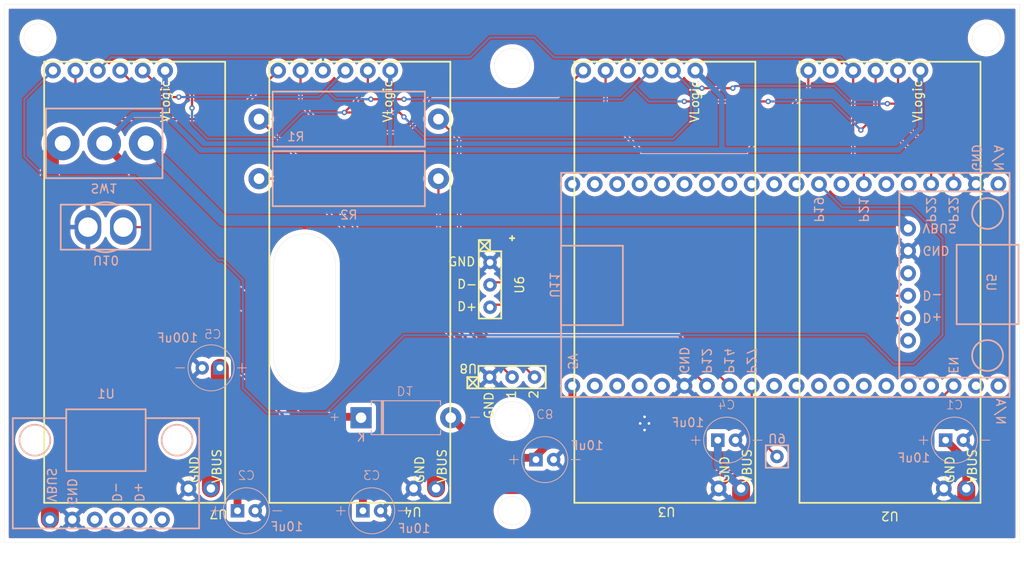
<source format=kicad_pcb>
(kicad_pcb (version 20240108) (generator "pcbnew") (generator_version "8.0")
  (layers (0 "F.Cu" signal) (31 "B.Cu" signal) (34 "B.Paste" user) (35 "F.Paste" user) (36 "B.SilkS" user "B.Silkscreen") (37 "F.SilkS" user "F.Silkscreen") (38 "B.Mask" user) (39 "F.Mask" user) (44 "Edge.Cuts" user))
  (net 0 "")
  (net 2 "GND")
  (net 4 "VCC")
  (net 5 "Net-(SW1-A)")
  (net 6 "Net-(SW1-C)")
  (net 7 "Net-(D1-A)")
  (net 8 "Net-(U11-P22)")
  (net 9 "Net-(U3-DSIN)")
  (net 10 "Net-(U4-DSIN)")
  (net 11 "Net-(U2-DSIN)")
  (net 12 "Net-(U11-P21)")
  (net 14 "Net-(U5-D+)")
  (net 15 "Net-(U11-P27)")
  (net 16 "Net-(U11-P23)")
  (net 17 "Net-(U11-P19)")
  (net 18 "Net-(U11-P14)")
  (net 19 "Net-(U11-P12)")
  (net 20 "Net-(U10-EN)")
  (net 21 "Net-(U8-LED1)")
  (net 22 "Net-(U8-LED2)")
  (net 52 "Net-(U5-D-)")
  (footprint "Nixie Clock parts:NixieTubeDriver" (layer "F.Cu") (at 164.3 124.5 180)
    (property "Reference" "U2" (at 0 -26.5 180) (layer "F.SilkS"))
    (property "Value" "Nixie Driver 4")
    (fp_text user "GND" (at -7.366 -22.86 90) (layer "F.SilkS") (effects (justify left bottom)))
    (fp_text user "VBUS" (at -9.906 -22.86 90) (layer "F.SilkS") (effects (justify left bottom)))
    (fp_text user "VLogic" (at -3.7 18.034 90) (layer "F.SilkS") (effects (justify left bottom)))
    (pad "1" thru_hole circle (at 9.25 24 180) (size 1.778 1.778) (drill 0.9525) (layers "*.Cu" "*.Mask") (net 11 "Net-(U2-DSIN)"))
    (pad "2" thru_hole circle (at 6.71 24 180) (size 1.778 1.778) (drill 0.9525) (layers "*.Cu" "*.Mask"))
    (pad "3" thru_hole circle (at 4.17 24 180) (size 1.778 1.778) (drill 0.9525) (layers "*.Cu" "*.Mask") (net 12 "Net-(U11-P21)"))
    (pad "4" thru_hole circle (at 1.63 24 180) (size 1.778 1.778) (drill 0.9525) (layers "*.Cu" "*.Mask") (net 8 "Net-(U11-P22)"))
    (pad "5" thru_hole circle (at -0.91 24 180) (size 1.778 1.778) (drill 0.9525) (layers "*.Cu" "*.Mask") (net 16 "Net-(U11-P23)"))
    (pad "6" thru_hole circle (at -3.45 24 180) (size 1.778 1.778) (drill 0.9525) (layers "*.Cu" "*.Mask") (net 4 "VCC"))
    (pad "7" thru_hole circle (at -8.636 -23.368 180) (size 1.778 1.778) (drill 0.9525) (layers "*.Cu" "*.Mask") (net 5 "Net-(SW1-A)"))
    (pad "8" thru_hole circle (at -6.096 -23.368 180) (size 1.778 1.778) (drill 0.9525) (layers "*.Cu" "*.Mask") (net 2 "GND"))
  )
  (footprint "Nixie Clock parts:LED passthrough" (layer "F.Cu") (at 121.5 135.25 180)
    (property "Reference" "U8" (at 4.96 1 180) (layer "F.SilkS") (effects (font (thickness 0.1524))))
    (property "Value" "LED Passthrough IN")
    (fp_text user "2" (at -3.048 -2.54 90) (layer "F.SilkS") (effects (justify left bottom)))
    (fp_text user "GND" (at 2.032 -4.826 90) (layer "F.SilkS") (effects (justify left bottom)))
    (fp_text user "1" (at -0.508 -2.54 90) (layer "F.SilkS") (effects (justify left bottom)))
    (pad "1" thru_hole circle (at 2.54 0 180) (size 1.524 1.524) (drill 0.762) (layers "*.Cu" "*.Mask") (net 2 "GND"))
    (pad "2" thru_hole circle (at 0 0 180) (size 1.524 1.524) (drill 0.762) (layers "*.Cu" "*.Mask") (net 22 "Net-(U8-LED2)"))
    (pad "3" thru_hole circle (at -2.54 0 180) (size 1.524 1.524) (drill 0.762) (layers "*.Cu" "*.Mask") (net 21 "Net-(U8-LED1)"))
  )
  (footprint "Nixie Clock parts:NixieTubeDriver" (layer "F.Cu") (at 78.75 124.5 180)
    (property "Reference" "U7" (at -9.5 -26.25 180) (layer "F.SilkS"))
    (property "Value" "Nixie Driver 1")
    (fp_text user "GND" (at -7.366 -22.86 90) (layer "F.SilkS") (effects (justify left bottom)))
    (fp_text user "VLogic" (at -4.064 18.034 90) (layer "F.SilkS") (effects (justify left bottom)))
    (fp_text user "VBUS" (at -9.906 -22.86 90) (layer "F.SilkS") (effects (justify left bottom)))
    (pad "1" thru_hole circle (at 9.25 24 180) (size 1.778 1.778) (drill 0.9525) (layers "*.Cu" "*.Mask") (net 17 "Net-(U11-P19)"))
    (pad "2" thru_hole circle (at 6.71 24 180) (size 1.778 1.778) (drill 0.9525) (layers "*.Cu" "*.Mask") (net 10 "Net-(U4-DSIN)"))
    (pad "3" thru_hole circle (at 4.17 24 180) (size 1.778 1.778) (drill 0.9525) (layers "*.Cu" "*.Mask") (net 12 "Net-(U11-P21)"))
    (pad "4" thru_hole circle (at 1.63 24 180) (size 1.778 1.778) (drill 0.9525) (layers "*.Cu" "*.Mask") (net 8 "Net-(U11-P22)"))
    (pad "5" thru_hole circle (at -0.91 24 180) (size 1.778 1.778) (drill 0.9525) (layers "*.Cu" "*.Mask") (net 16 "Net-(U11-P23)"))
    (pad "6" thru_hole circle (at -3.45 24 180) (size 1.778 1.778) (drill 0.9525) (layers "*.Cu" "*.Mask") (net 4 "VCC"))
    (pad "7" thru_hole circle (at -8.636 -23.368 180) (size 1.778 1.778) (drill 0.9525) (layers "*.Cu" "*.Mask") (net 5 "Net-(SW1-A)"))
    (pad "8" thru_hole circle (at -6.096 -23.368 180) (size 1.778 1.778) (drill 0.9525) (layers "*.Cu" "*.Mask") (net 2 "GND"))
  )
  (footprint "Nixie Clock parts:3-Hole Throughole" (layer "F.Cu") (at 119 124.79 90)
    (property "Reference" "U6" (at 0 3.35 90) (layer "F.SilkS"))
    (property "Value" "3pin Throughole")
    (fp_text user "D+" (at -3.048 -3.81 0) (layer "F.SilkS") (effects (justify left bottom)))
    (fp_text user "D-" (at -0.508 -3.81 0) (layer "F.SilkS") (effects (justify left bottom)))
    (fp_text user "GND" (at 2.032 -4.826 0) (layer "F.SilkS") (effects (justify left bottom)))
    (pad "1" thru_hole circle (at 2.54 0 90) (size 1.524 1.524) (drill 0.762) (layers "*.Cu" "*.Mask") (net 2 "GND"))
    (pad "2" thru_hole circle (at 0 0 90) (size 1.524 1.524) (drill 0.762) (layers "*.Cu" "*.Mask") (net 52 "Net-(U5-D-)"))
    (pad "3" thru_hole circle (at -2.54 0 90) (size 1.524 1.524) (drill 0.762) (layers "*.Cu" "*.Mask") (net 14 "Net-(U5-D+)"))
  )
  (footprint "Nixie Clock parts:NixieTubeDriver" (layer "F.Cu") (at 138.8 124.5 180)
    (property "Reference" "U3" (at -0.2 -26 180) (layer "F.SilkS"))
    (property "Value" "Nixie Driver 3")
    (fp_text user "VBUS" (at -9.906 -22.86 90) (layer "F.SilkS") (effects (justify left bottom)))
    (fp_text user "VLogic" (at -3.95 18 90) (layer "F.SilkS") (effects (justify left bottom)))
    (fp_text user "GND" (at -7.366 -22.86 90) (layer "F.SilkS") (effects (justify left bottom)))
    (pad "1" thru_hole circle (at 9.25 24 180) (size 1.778 1.778) (drill 0.9525) (layers "*.Cu" "*.Mask") (net 9 "Net-(U3-DSIN)"))
    (pad "2" thru_hole circle (at 6.71 24 180) (size 1.778 1.778) (drill 0.9525) (layers "*.Cu" "*.Mask") (net 11 "Net-(U2-DSIN)"))
    (pad "3" thru_hole circle (at 4.17 24 180) (size 1.778 1.778) (drill 0.9525) (layers "*.Cu" "*.Mask") (net 12 "Net-(U11-P21)"))
    (pad "4" thru_hole circle (at 1.63 24 180) (size 1.778 1.778) (drill 0.9525) (layers "*.Cu" "*.Mask") (net 8 "Net-(U11-P22)"))
    (pad "5" thru_hole circle (at -0.91 24 180) (size 1.778 1.778) (drill 0.9525) (layers "*.Cu" "*.Mask") (net 16 "Net-(U11-P23)"))
    (pad "6" thru_hole circle (at -3.45 24 180) (size 1.778 1.778) (drill 0.9525) (layers "*.Cu" "*.Mask") (net 4 "VCC"))
    (pad "7" thru_hole circle (at -8.636 -23.368 180) (size 1.778 1.778) (drill 0.9525) (layers "*.Cu" "*.Mask") (net 5 "Net-(SW1-A)"))
    (pad "8" thru_hole circle (at -6.096 -23.368 180) (size 1.778 1.778) (drill 0.9525) (layers "*.Cu" "*.Mask") (net 2 "GND"))
  )
  (footprint "Nixie Clock parts:NixieTubeDriver" (layer "F.Cu") (at 104.25 124.5 180)
    (property "Reference" "U4" (at -6 -26 180) (layer "F.SilkS"))
    (property "Value" "Nixie Driver 2")
    (fp_text user "GND" (at -7.366 -22.86 90) (layer "F.SilkS") (effects (justify left bottom)))
    (fp_text user "VLogic" (at -3.75 18.034 90) (layer "F.SilkS") (effects (justify left bottom)))
    (fp_text user "VBUS" (at -9.906 -22.86 90) (layer "F.SilkS") (effects (justify left bottom)))
    (pad "1" thru_hole circle (at 9.25 24 180) (size 1.778 1.778) (drill 0.9525) (layers "*.Cu" "*.Mask") (net 10 "Net-(U4-DSIN)"))
    (pad "2" thru_hole circle (at 6.71 24 180) (size 1.778 1.778) (drill 0.9525) (layers "*.Cu" "*.Mask") (net 9 "Net-(U3-DSIN)"))
    (pad "3" thru_hole circle (at 4.17 24 180) (size 1.778 1.778) (drill 0.9525) (layers "*.Cu" "*.Mask") (net 12 "Net-(U11-P21)"))
    (pad "4" thru_hole circle (at 1.63 24 180) (size 1.778 1.778) (drill 0.9525) (layers "*.Cu" "*.Mask") (net 8 "Net-(U11-P22)"))
    (pad "5" thru_hole circle (at -0.91 24 180) (size 1.778 1.778) (drill 0.9525) (layers "*.Cu" "*.Mask") (net 16 "Net-(U11-P23)"))
    (pad "6" thru_hole circle (at -3.45 24 180) (size 1.778 1.778) (drill 0.9525) (layers "*.Cu" "*.Mask") (net 4 "VCC"))
    (pad "7" thru_hole circle (at -8.636 -23.368 180) (size 1.778 1.778) (drill 0.9525) (layers "*.Cu" "*.Mask") (net 5 "Net-(SW1-A)"))
    (pad "8" thru_hole circle (at -6.096 -23.368 180) (size 1.778 1.778) (drill 0.9525) (layers "*.Cu" "*.Mask") (net 2 "GND"))
  )
  (footprint "Nixie Clock parts:ModeSwitch(41-263-0)" (layer "B.Cu") (at 75.3 108.75)
    (property "Reference" "SW1" (at 0 5.08 180) (layer "B.SilkS") (effects (justify mirror)))
    (property "Value" "SPDT Switch")
    (pad "1" thru_hole circle (at 4.7 0) (size 3.81 3.81) (drill 1.80086) (layers "*.Cu" "*.Mask") (net 6 "Net-(SW1-C)"))
    (pad "2" thru_hole circle (at 0 0) (size 3.81 3.81) (drill 1.80086) (layers "*.Cu" "*.Mask") (net 4 "VCC"))
    (pad "3" thru_hole circle (at -4.7 0) (size 3.81 3.81) (drill 1.80086) (layers "*.Cu" "*.Mask") (net 5 "Net-(SW1-A)"))
  )
  (footprint "Nixie Clock parts:SPST PushButton (SW-PB9-BB00BQE-5)" (layer "B.Cu") (at 75.46 118.25)
    (property "Reference" "U10" (at 0.04 3.75 180) (layer "B.SilkS") (effects (justify mirror)))
    (property "Value" "Reset Button")
    (pad "1" thru_hole oval (at -2 0) (size 3 4) (drill 2.2) (layers "*.Cu" "*.Mask") (net 2 "GND"))
    (pad "2" thru_hole oval (at 2 0) (size 3 4) (drill 2.2) (layers "*.Cu" "*.Mask") (net 20 "Net-(U10-EN)"))
  )
  (footprint "Resistor_THT:R_Axial_DIN0617_L17.0mm_D6.0mm_P20.32mm_Horizontal" (layer "B.Cu") (at 92.84 106)
    (property "Reference" "R1" (at 4.16 2 0) (layer "B.SilkS") (effects (justify mirror)))
    (property "Value" "220")
    (pad "1" thru_hole circle (at 0 0) (size 2.4 2.4) (drill 1.2) (layers "*.Cu" "*.Mask") (net 21 "Net-(U8-LED1)"))
    (pad "2" thru_hole oval (at 20.32 0) (size 2.4 2.4) (drill 1.2) (layers "*.Cu" "*.Mask") (net 18 "Net-(U11-P14)"))
  )
  (footprint "Nixie Clock parts:100uF Capacitor" (layer "B.Cu") (at 145.8 142.4 180)
    (property "Reference" "C4" (at 0 4 0) (layer "B.SilkS") (effects (font (thickness 0.1)) (justify mirror)))
    (property "Value" "10uF" (at 4.4 2 0) (layer "B.SilkS") (effects (justify mirror)))
    (pad "1" thru_hole rect (at 1 0 180) (size 1.524 1.524) (drill 0.762) (layers "*.Cu" "*.Mask") (net 5 "Net-(SW1-A)"))
    (pad "2" thru_hole circle (at -1 0 180) (size 1.524 1.524) (drill 0.762) (layers "*.Cu" "*.Mask") (net 2 "GND"))
  )
  (footprint "Nixie Clock parts:100uF Capacitor" (layer "B.Cu") (at 125.2 144.6 180)
    (property "Reference" "C8" (at 0 5.2 180) (layer "B.SilkS") (effects (font (thickness 0.1)) (justify mirror)))
    (property "Value" "10uF" (at -4.8 1.6 0) (layer "B.SilkS") (effects (justify mirror)))
    (pad "1" thru_hole rect (at 1 0 180) (size 1.524 1.524) (drill 0.762) (layers "*.Cu" "*.Mask") (net 7 "Net-(D1-A)"))
    (pad "2" thru_hole circle (at -1 0 180) (size 1.524 1.524) (drill 0.762) (layers "*.Cu" "*.Mask") (net 2 "GND"))
  )
  (footprint "Nixie Clock parts:100uF Capacitor" (layer "B.Cu") (at 171.6 142.4 180)
    (property "Reference" "C1" (at 0 4 0) (layer "B.SilkS") (effects (font (thickness 0.1)) (justify mirror)))
    (property "Value" "10uF" (at 4.6 -2 0) (layer "B.SilkS") (effects (justify mirror)))
    (pad "1" thru_hole rect (at 1 0 180) (size 1.524 1.524) (drill 0.762) (layers "*.Cu" "*.Mask") (net 5 "Net-(SW1-A)"))
    (pad "2" thru_hole circle (at -1 0 180) (size 1.524 1.524) (drill 0.762) (layers "*.Cu" "*.Mask") (net 2 "GND"))
  )
  (footprint "Nixie Clock parts:100uF Capacitor" (layer "B.Cu") (at 91.4 150.4 180)
    (property "Reference" "C2" (at 0 4 0) (layer "B.SilkS") (effects (font (thickness 0.1)) (justify mirror)))
    (property "Value" "10uF" (at -4.6 -1.8 0) (layer "B.SilkS") (effects (justify mirror)))
    (pad "1" thru_hole rect (at 1 0 180) (size 1.524 1.524) (drill 0.762) (layers "*.Cu" "*.Mask") (net 5 "Net-(SW1-A)"))
    (pad "2" thru_hole circle (at -1 0 180) (size 1.524 1.524) (drill 0.762) (layers "*.Cu" "*.Mask") (net 2 "GND"))
  )
  (footprint "Resistor_THT:R_Axial_DIN0617_L17.0mm_D6.0mm_P20.32mm_Horizontal" (layer "B.Cu") (at 92.84 112.75)
    (property "Reference" "R2" (at 10.16 4.12 0) (layer "B.SilkS") (effects (justify mirror)))
    (property "Value" "220")
    (pad "1" thru_hole circle (at 0 0) (size 2.4 2.4) (drill 1.2) (layers "*.Cu" "*.Mask") (net 22 "Net-(U8-LED2)"))
    (pad "2" thru_hole oval (at 20.32 0) (size 2.4 2.4) (drill 1.2) (layers "*.Cu" "*.Mask") (net 19 "Net-(U11-P12)"))
  )
  (footprint "Nixie Clock parts:Diode" (layer "B.Cu") (at 109.4 139.8)
    (property "Reference" "D1" (at 0 -3 180) (layer "B.SilkS") (effects (font (thickness 0.1)) (justify mirror)))
    (property "Value" "D")
    (fp_text user "K" (at -5.01 2.25 360) (layer "B.SilkS") (effects (justify mirror)))
    (pad "1" thru_hole rect (at -5.01 0.05) (size 2.4 2.4) (drill 1.2) (layers "*.Cu" "*.Mask") (net 4 "VCC"))
    (pad "2" thru_hole oval (at 5.15 0.05) (size 2.4 2.4) (drill 1.2) (layers "*.Cu" "*.Mask") (net 7 "Net-(D1-A)"))
  )
  (footprint "Nixie Clock parts:ESP32 - 40 pin socket" (layer "B.Cu") (at 142.29 124.8 90)
    (property "Reference" "U11" (at 0 -16.01 -90) (layer "B.SilkS") (effects (justify mirror)))
    (property "Value" "ESP32 Socket")
    (fp_text user "5V" (at -9.7 -14.54 -90) (layer "B.SilkS") (effects (justify left bottom mirror)))
    (fp_text user "P22" (at 6.985 26.035 -90) (layer "B.SilkS") (effects (justify left bottom mirror)))
    (fp_text user "GND" (at 12.8 31.21 -90) (layer "B.SilkS") (effects (justify left bottom mirror)))
    (fp_text user "P21" (at 6.985 18.415 -90) (layer "B.SilkS") (effects (justify left bottom mirror)))
    (fp_text user "GND" (at -10.16 -1.905 -90) (layer "B.SilkS") (effects (justify left bottom mirror)))
    (fp_text user "N/A" (at -15.95 33.96 -90) (layer "B.SilkS") (effects (justify left bottom mirror)))
    (fp_text user "P27" (at -10.16 5.715 -90) (layer "B.SilkS") (effects (justify left bottom mirror)))
    (fp_text user "EN" (at -10.16 28.575 -90) (layer "B.SilkS") (effects (justify left bottom mirror)))
    (fp_text user "P19" (at 6.985 13.335 -90) (layer "B.SilkS") (effects (justify left bottom mirror)))
    (fp_text user "P32" (at 6.985 28.575 -90) (layer "B.SilkS") (effects (justify left bottom mirror)))
    (fp_text user "N/A" (at 12.8 33.71 -90) (layer "B.SilkS") (effects (justify left bottom mirror)))
    (fp_text user "P14" (at -10.16 3.175 -90) (layer "B.SilkS") (effects (justify left bottom mirror)))
    (fp_text user "P12" (at -10.16 0.635 -90) (layer "B.SilkS") (effects (justify left bottom mirror)))
    (pad "1" thru_hole circle (at -11.43 34.29 90) (size 1.778 1.778) (drill 0.9525) (layers "*.Cu" "*.Mask"))
    (pad "2" thru_hole circle (at -11.43 31.75 90) (size 1.778 1.778) (drill 0.9525) (layers "*.Cu" "*.Mask"))
    (pad "3" thru_hole circle (at -11.43 29.21 90) (size 1.778 1.778) (drill 0.9525) (layers "*.Cu" "*.Mask") (net 20 "Net-(U10-EN)"))
    (pad "4" thru_hole circle (at -11.43 26.67 90) (size 1.778 1.778) (drill 0.9525) (layers "*.Cu" "*.Mask"))
    (pad "5" thru_hole circle (at -11.43 24.13 90) (size 1.778 1.778) (drill 0.9525) (layers "*.Cu" "*.Mask"))
    (pad "6" thru_hole circle (at -11.43 21.59 90) (size 1.778 1.778) (drill 0.9525) (layers "*.Cu" "*.Mask"))
    (pad "7" thru_hole circle (at -11.43 19.05 90) (size 1.778 1.778) (drill 0.9525) (layers "*.Cu" "*.Mask"))
    (pad "8" thru_hole circle (at -11.43 16.51 90) (size 1.778 1.778) (drill 0.9525) (layers "*.Cu" "*.Mask"))
    (pad "9" thru_hole circle (at -11.43 13.97 90) (size 1.778 1.778) (drill 0.9525) (layers "*.Cu" "*.Mask"))
    (pad "10" thru_hole circle (at -11.43 11.43 90) (size 1.778 1.778) (drill 0.9525) (layers "*.Cu" "*.Mask"))
    (pad "11" thru_hole circle (at -11.43 8.89 90) (size 1.778 1.778) (drill 0.9525) (layers "*.Cu" "*.Mask"))
    (pad "12" thru_hole circle (at -11.43 6.35 90) (size 1.778 1.778) (drill 0.9525) (layers "*.Cu" "*.Mask") (net 15 "Net-(U11-P27)"))
    (pad "13" thru_hole circle (at -11.43 3.81 90) (size 1.778 1.778) (drill 0.9525) (layers "*.Cu" "*.Mask") (net 18 "Net-(U11-P14)"))
    (pad "14" thru_hole circle (at -11.43 1.27 90) (size 1.778 1.778) (drill 0.9525) (layers "*.Cu" "*.Mask") (net 19 "Net-(U11-P12)"))
    (pad "15" thru_hole circle (at -11.43 -1.27 90) (size 1.778 1.778) (drill 0.9525) (layers "*.Cu" "*.Mask") (net 2 "GND"))
    (pad "16" thru_hole circle (at -11.43 -3.81 90) (size 1.778 1.778) (drill 0.9525) (layers "*.Cu" "*.Mask"))
    (pad "17" thru_hole circle (at -11.43 -6.35 90) (size 1.778 1.778) (drill 0.9525) (layers "*.Cu" "*.Mask"))
    (pad "18" thru_hole circle (at -11.43 -8.89 90) (size 1.778 1.778) (drill 0.9525) (layers "*.Cu" "*.Mask"))
    (pad "19" thru_hole circle (at -11.43 -11.43 90) (size 1.778 1.778) (drill 0.9525) (layers "*.Cu" "*.Mask"))
    (pad "20" thru_hole circle (at -11.43 -13.97 90) (size 1.778 1.778) (drill 0.9525) (layers "*.Cu" "*.Mask") (net 7 "Net-(D1-A)"))
    (pad "21" thru_hole circle (at 11.43 -13.97 90) (size 1.778 1.778) (drill 0.9525) (layers "*.Cu" "*.Mask"))
    (pad "22" thru_hole circle (at 11.43 -11.43 90) (size 1.778 1.778) (drill 0.9525) (layers "*.Cu" "*.Mask"))
    (pad "23" thru_hole circle (at 11.43 -8.89 90) (size 1.778 1.778) (drill 0.9525) (layers "*.Cu" "*.Mask"))
    (pad "24" thru_hole circle (at 11.43 -6.35 90) (size 1.778 1.778) (drill 0.9525) (layers "*.Cu" "*.Mask"))
    (pad "25" thru_hole circle (at 11.43 -3.81 90) (size 1.778 1.778) (drill 0.9525) (layers "*.Cu" "*.Mask"))
    (pad "26" thru_hole circle (at 11.43 -1.27 90) (size 1.778 1.778) (drill 0.9525) (layers "*.Cu" "*.Mask"))
    (pad "27" thru_hole circle (at 11.43 1.27 90) (size 1.778 1.778) (drill 0.9525) (layers "*.Cu" "*.Mask"))
    (pad "28" thru_hole circle (at 11.43 3.81 90) (size 1.778 1.778) (drill 0.9525) (layers "*.Cu" "*.Mask"))
    (pad "29" thru_hole circle (at 11.43 6.35 90) (size 1.778 1.778) (drill 0.9525) (layers "*.Cu" "*.Mask"))
    (pad "30" thru_hole circle (at 11.43 8.89 90) (size 1.778 1.778) (drill 0.9525) (layers "*.Cu" "*.Mask"))
    (pad "31" thru_hole circle (at 11.43 11.43 90) (size 1.778 1.778) (drill 0.9525) (layers "*.Cu" "*.Mask"))
    (pad "32" thru_hole circle (at 11.43 13.97 90) (size 1.778 1.778) (drill 0.9525) (layers "*.Cu" "*.Mask") (net 17 "Net-(U11-P19)"))
    (pad "33" thru_hole circle (at 11.43 16.51 90) (size 1.778 1.778) (drill 0.9525) (layers "*.Cu" "*.Mask"))
    (pad "34" thru_hole circle (at 11.43 19.05 90) (size 1.778 1.778) (drill 0.9525) (layers "*.Cu" "*.Mask") (net 12 "Net-(U11-P21)"))
    (pad "35" thru_hole circle (at 11.43 21.59 90) (size 1.778 1.778) (drill 0.9525) (layers "*.Cu" "*.Mask"))
    (pad "36" thru_hole circle (at 11.43 24.13 90) (size 1.778 1.778) (drill 0.9525) (layers "*.Cu" "*.Mask"))
    (pad "37" thru_hole circle (at 11.43 26.67 90) (size 1.778 1.778) (drill 0.9525) (layers "*.Cu" "*.Mask") (net 8 "Net-(U11-P22)"))
    (pad "38" thru_hole circle (at 11.43 29.21 90) (size 1.778 1.778) (drill 0.9525) (layers "*.Cu" "*.Mask") (net 16 "Net-(U11-P23)"))
    (pad "39" thru_hole circle (at 11.43 31.75 90) (size 1.778 1.778) (drill 0.9525) (layers "*.Cu" "*.Mask") (net 2 "GND"))
    (pad "40" thru_hole circle (at 11.43 34.29 90) (size 1.778 1.778) (drill 0.9525) (layers "*.Cu" "*.Mask"))
  )
  (footprint "Nixie Clock parts:Single Pad" (layer "B.Cu") (at 151.5 144.25)
    (property "Reference" "U9" (at 0 -2.08 180) (layer "B.SilkS") (effects (justify mirror)))
    (property "Value" "Touch Pin")
    (pad "1" thru_hole circle (at 0 0) (size 1.524 1.524) (drill 0.762) (layers "*.Cu" "*.Mask") (net 15 "Net-(U11-P27)"))
  )
  (footprint "Nixie Clock parts:USBPowerPort" (layer "B.Cu") (at 75.5 152.4 180)
    (property "Reference" "U1" (at 0 15.24 0) (layer "B.SilkS") (effects (justify mirror)))
    (property "Value" "Power Only")
    (fp_text user "D-" (at -0.635 2.9 -90) (layer "B.SilkS") (effects (justify left bottom mirror)))
    (fp_text user "D+" (at -3.175 2.9 -90) (layer "B.SilkS") (effects (justify left bottom mirror)))
    (fp_text user "GND" (at 4.445 2.54 -90) (layer "B.SilkS") (effects (justify left bottom mirror)))
    (fp_text user "VBUS" (at 6.75 2.9 -90) (layer "B.SilkS") (effects (justify left bottom mirror)))
    (pad "1" thru_hole circle (at 6.35 1 180) (size 1.778 1.778) (drill 0.9525) (layers "*.Cu" "*.Mask") (net 5 "Net-(SW1-A)"))
    (pad "2" thru_hole circle (at 3.81 1 180) (size 1.778 1.778) (drill 0.9525) (layers "*.Cu" "*.Mask") (net 2 "GND"))
    (pad "3" thru_hole circle (at 1.27 1 180) (size 1.778 1.778) (drill 0.9525) (layers "*.Cu" "*.Mask"))
    (pad "4" thru_hole circle (at -1.27 1 180) (size 1.778 1.778) (drill 0.9525) (layers "*.Cu" "*.Mask"))
    (pad "5" thru_hole circle (at -3.81 1 180) (size 1.778 1.778) (drill 0.9525) (layers "*.Cu" "*.Mask"))
    (pad "6" thru_hole circle (at -6.35 1 180) (size 1.778 1.778) (drill 0.9525) (layers "*.Cu" "*.Mask"))
  )
  (footprint "Nixie Clock parts:100uF Capacitor" (layer "B.Cu") (at 105.6 150.4 180)
    (property "Reference" "C3" (at 0 4 0) (layer "B.SilkS") (effects (font (thickness 0.1)) (justify mirror)))
    (property "Value" "10uF" (at -4.8 -2 0) (layer "B.SilkS") (effects (justify mirror)))
    (pad "1" thru_hole rect (at 1 0 180) (size 1.524 1.524) (drill 0.762) (layers "*.Cu" "*.Mask") (net 5 "Net-(SW1-A)"))
    (pad "2" thru_hole circle (at -1 0 180) (size 1.524 1.524) (drill 0.762) (layers "*.Cu" "*.Mask") (net 2 "GND"))
  )
  (footprint "Nixie Clock parts:USBPowerPort" (layer "B.Cu") (at 165.35 124.75 90)
    (property "Reference" "U5" (at 0.25 10.4 -90) (layer "B.SilkS") (effects (justify mirror)))
    (property "Value" "Data Connection")
    (fp_text user "D+" (at -3.175 2.54 180) (layer "B.SilkS") (effects (justify left bottom mirror)))
    (fp_text user "VBUS" (at 6.985 2.54 180) (layer "B.SilkS") (effects (justify left bottom mirror)))
    (fp_text user "D-" (at -0.635 2.54 180) (layer "B.SilkS") (effects (justify left bottom mirror)))
    (fp_text user "GND" (at 4.445 2.54 180) (layer "B.SilkS") (effects (justify left bottom mirror)))
    (pad "1" thru_hole circle (at 6.35 1 90) (size 1.778 1.778) (drill 0.9525) (layers "*.Cu" "*.Mask") (net 6 "Net-(SW1-C)"))
    (pad "2" thru_hole circle (at 3.81 1 90) (size 1.778 1.778) (drill 0.9525) (layers "*.Cu" "*.Mask") (net 2 "GND"))
    (pad "3" thru_hole circle (at 1.27 1 90) (size 1.778 1.778) (drill 0.9525) (layers "*.Cu" "*.Mask"))
    (pad "4" thru_hole circle (at -1.27 1 90) (size 1.778 1.778) (drill 0.9525) (layers "*.Cu" "*.Mask") (net 52 "Net-(U5-D-)"))
    (pad "5" thru_hole circle (at -3.81 1 90) (size 1.778 1.778) (drill 0.9525) (layers "*.Cu" "*.Mask") (net 14 "Net-(U5-D+)"))
    (pad "6" thru_hole circle (at -6.35 1 90) (size 1.778 1.778) (drill 0.9525) (layers "*.Cu" "*.Mask"))
  )
  (footprint "Nixie Clock parts:100uF Capacitor" (layer "B.Cu") (at 87.4 134.2)
    (property "Reference" "C5" (at 0.2 -3.8 0) (layer "B.SilkS") (effects (font (thickness 0.1)) (justify mirror)))
    (property "Value" "100uF" (at -3.8 -3.4 0) (layer "B.SilkS") (effects (justify mirror)))
    (pad "1" thru_hole rect (at 1 0) (size 1.524 1.524) (drill 0.762) (layers "*.Cu" "*.Mask") (net 5 "Net-(SW1-A)"))
    (pad "2" thru_hole circle (at -1 0) (size 1.524 1.524) (drill 0.762) (layers "*.Cu" "*.Mask") (net 2 "GND"))
  )
  (gr_line (start 121.5 119.75) (end 121.5 119.5) (stroke (width 0.2)) (layer "F.SilkS"))
  (gr_line (start 121.5 119.25) (end 121.5 119.5) (stroke (width 0.2)) (layer "F.SilkS"))
  (gr_line (start 121.75 119.5) (end 121.5 119.5) (stroke (width 0.2)) (layer "F.SilkS"))
  (gr_line (start 121.5 119.5) (end 121.25 119.5) (stroke (width 0.2)) (layer "F.SilkS"))
  (gr_line (start 94.5 133) (end 94.5 122.5) (stroke (width 0.0254)) (layer "Edge.Cuts"))
  (gr_line (start 179 93) (end 179 154) (stroke (width 0.0254)) (layer "Edge.Cuts"))
  (gr_circle (center 67.4 142.4) (end 69.1 142.4) (stroke (width 0.0254)) (fill none) (layer "Edge.Cuts"))
  (gr_arc (start 101.5 133) (mid 98 136.5) (end 94.5 133) (stroke (width 0.0254)) (layer "Edge.Cuts"))
  (gr_circle (center 121.5 140) (end 119.5 140) (stroke (width 0.0254)) (fill none) (layer "Edge.Cuts"))
  (gr_line (start 101.5 133) (end 101.5 122.5) (stroke (width 0.0254)) (layer "Edge.Cuts"))
  (gr_line (start 179 93) (end 64 93) (stroke (width 0.0254)) (layer "Edge.Cuts"))
  (gr_circle (center 121.5 100) (end 119.5 100) (stroke (width 0.0254)) (fill none) (layer "Edge.Cuts"))
  (gr_circle (center 67.8 96.8) (end 69.4 96.8) (stroke (width 0.0254)) (fill none) (layer "Edge.Cuts"))
  (gr_line (start 179 154) (end 64 154) (stroke (width 0.0254)) (layer "Edge.Cuts"))
  (gr_arc (start 94.5 122.5) (mid 98 119) (end 101.5 122.5) (stroke (width 0.0254)) (layer "Edge.Cuts"))
  (gr_circle (center 121.5 150.4) (end 123.1 150.4) (stroke (width 0.0254)) (fill none) (layer "Edge.Cuts"))
  (gr_circle (center 83.6 142.4) (end 85.3 142.4) (stroke (width 0.0254)) (fill none) (layer "Edge.Cuts"))
  (gr_circle (center 175.2 96.8) (end 176.8 96.8) (stroke (width 0.0254)) (fill none) (layer "Edge.Cuts"))
  (gr_line (start 64 154) (end 64 93) (stroke (width 0.0254)) (layer "Edge.Cuts"))
  (segment (start 172.6 142.4) (end 172.8 142.6) (width 0.889) (layer "F.Cu") (net 2))
  (via (at 136 140.5) (size 0.6) (drill 0.3) (layers "F.Cu" "B.Cu") (net 2))
  (via (at 136.5 141.25) (size 0.6) (drill 0.3) (layers "F.Cu" "B.Cu") (net 2))
  (via (at 136.5 139.75) (size 0.6) (drill 0.3) (layers "F.Cu" "B.Cu") (net 2))
  (via (at 137 140.5) (size 0.6) (drill 0.3) (layers "F.Cu" "B.Cu") (net 2))
  (segment (start 97.25 139.75) (end 92 134.5) (width 0.889) (layer "F.Cu") (net 4))
  (segment (start 104.39 139.75) (end 97.25 139.75) (width 0.889) (layer "F.Cu") (net 4))
  (segment (start 92 125.5) (end 75.3 108.8) (width 0.889) (layer "F.Cu") (net 4))
  (segment (start 75.3 108.8) (end 75.3 108.75) (width 0.5) (layer "F.Cu") (net 4))
  (segment (start 92 134.5) (end 92 125.5) (width 0.889) (layer "F.Cu") (net 4))
  (segment (start 107.7 100.5) (end 107.7 109.45) (width 0.5) (layer "B.Cu") (net 4))
  (segment (start 82.2 100.5) (end 82.2 105.45) (width 0.635) (layer "B.Cu") (net 4))
  (segment (start 107.7 109.45) (end 107.75 109.5) (width 0.254) (layer "B.Cu") (net 4))
  (segment (start 142.25 100.5) (end 145.25 103.5) (width 0.635) (layer "B.Cu") (net 4))
  (segment (start 82.2 105.45) (end 82.25 105.5) (width 0.635) (layer "B.Cu") (net 4))
  (segment (start 86.25 109.5) (end 82.25 105.5) (width 0.635) (layer "B.Cu") (net 4))
  (segment (start 145.25 103.5) (end 145.25 109.5) (width 0.635) (layer "B.Cu") (net 4))
  (segment (start 165.25 109.5) (end 145.25 109.5) (width 0.635) (layer "B.Cu") (net 4))
  (segment (start 78.55 105.5) (end 75.3 108.75) (width 0.635) (layer "B.Cu") (net 4))
  (segment (start 107.75 109.5) (end 86.25 109.5) (width 0.635) (layer "B.Cu") (net 4))
  (segment (start 167.75 107) (end 165.25 109.5) (width 0.635) (layer "B.Cu") (net 4))
  (segment (start 145.25 109.5) (end 107.75 109.5) (width 0.635) (layer "B.Cu") (net 4))
  (segment (start 167.75 100.5) (end 167.75 107) (width 0.635) (layer "B.Cu") (net 4))
  (segment (start 82.25 105.5) (end 78.55 105.5) (width 0.635) (layer "B.Cu") (net 4))
  (segment (start 172.8 147.732) (end 172.936 147.868) (width 0.254) (layer "F.Cu") (net 5))
  (segment (start 113 144.5) (end 114.7 144.5) (width 2.032) (layer "F.Cu") (net 5))
  (segment (start 127.35 150.75) (end 147.5 150.75) (width 2.032) (layer "F.Cu") (net 5))
  (segment (start 171.311235 150.75) (end 172.936 149.125235) (width 2.032) (layer "F.Cu") (net 5))
  (segment (start 90.4 150.4) (end 90.4 144.5) (width 0.889) (layer "F.Cu") (net 5))
  (segment (start 87.386 145.364) (end 87.386 147.868) (width 2.032) (layer "F.Cu") (net 5))
  (segment (start 105.4 144.5) (end 113 144.5) (width 2.032) (layer "F.Cu") (net 5))
  (segment (start 69.15 147.75) (end 72.4 144.5) (width 2.032) (layer "F.Cu") (net 5))
  (segment (start 124.081466 147.481466) (end 127.35 150.75) (width 2.032) (layer "F.Cu") (net 5))
  (segment (start 88.25 141.05) (end 88.25 144.5) (width 2.032) (layer "F.Cu") (net 5))
  (segment (start 112.886 144.614) (end 112.886 147.868) (width 2.032) (layer "F.Cu") (net 5))
  (segment (start 88.25 144.5) (end 87.386 145.364) (width 2.032) (layer "F.Cu") (net 5))
  (segment (start 147.5 150.75) (end 147.436 150.686) (width 2.032) (layer "F.Cu") (net 5))
  (segment (start 114.7 144.5) (end 117.681466 147.481466) (width 2.032) (layer "F.Cu") (net 5))
  (segment (start 72.4 138) (end 85.2 138) (width 2.032) (layer "F.Cu") (net 5))
  (segment (start 172.936 144.736) (end 170.6 142.4) (width 0.889) (layer "F.Cu") (net 5))
  (segment (start 172.936 147.868) (end 172.936 144.736) (width 0.889) (layer "F.Cu") (net 5))
  (segment (start 72.4 144.5) (end 72.4 138) (width 2.032) (layer "F.Cu") (net 5))
  (segment (start 92.4 144.7) (end 92.2 144.5) (width 0.254) (layer "F.Cu") (net 5))
  (segment (start 92.2 144.5) (end 105.4 144.5) (width 2.032) (layer "F.Cu") (net 5))
  (segment (start 88.4 137.2) (end 88.4 134.2) (width 2.032) (layer "F.Cu") (net 5))
  (segment (start 104.6 150.4) (end 104.6 145.3) (width 0.889) (layer "F.Cu") (net 5))
  (segment (start 86.4 139.2) (end 88.25 141.05) (width 2.032) (layer "F.Cu") (net 5))
  (segment (start 69.15 134.75) (end 72.4 138) (width 2.032) (layer "F.Cu") (net 5))
  (segment (start 70.6 108.75) (end 69.15 110.2) (width 2.032) (layer "F.Cu") (net 5))
  (segment (start 147.436 150.686) (end 147.436 147.868) (width 2.032) (layer "F.Cu") (net 5))
  (segment (start 88.25 144.5) (end 90.4 144.5) (width 2.032) (layer "F.Cu") (net 5))
  (segment (start 86.4 139.2) (end 88.4 137.2) (width 2.032) (layer "F.Cu") (net 5))
  (segment (start 117.681466 147.481466) (end 124.081466 147.481466) (width 2.032) (layer "F.Cu") (net 5))
  (segment (start 69.15 151.4) (end 69.15 147.75) (width 2.032) (layer "F.Cu") (net 5))
  (segment (start 172.936 149.125235) (end 172.936 147.868) (width 2.032) (layer "F.Cu") (net 5))
  (segment (start 113 144.5) (end 112.886 144.614) (width 2.032) (layer "F.Cu") (net 5))
  (segment (start 85.2 138) (end 86.4 139.2) (width 2.032) (layer "F.Cu") (net 5))
  (segment (start 104.6 145.3) (end 105.4 144.5) (width 0.254) (layer "F.Cu") (net 5))
  (segment (start 90.4 144.5) (end 92.2 144.5) (width 2.032) (layer "F.Cu") (net 5))
  (segment (start 69.15 110.2) (end 69.15 134.75) (width 2.032) (layer "F.Cu") (net 5))
  (segment (start 147.5 150.75) (end 171.311235 150.75) (width 2.032) (layer "F.Cu") (net 5))
  (segment (start 144.8 142.4) (end 144.8 145.232) (width 0.889) (layer "B.Cu") (net 5))
  (segment (start 144.8 145.232) (end 147.436 147.868) (width 0.889) (layer "B.Cu") (net 5))
  (segment (start 165.45 117.5) (end 88.75 117.5) (width 1.27) (layer "B.Cu") (net 6))
  (segment (start 166.35 118.4) (end 165.45 117.5) (width 1.27) (layer "B.Cu") (net 6))
  (segment (start 88.75 117.5) (end 80 108.75) (width 1.27) (layer "B.Cu") (net 6))
  (segment (start 124 144.4) (end 124.2 144.6) (width 0.889) (layer "F.Cu") (net 7))
  (segment (start 124.2 144.2) (end 128.32 140.08) (width 0.889) (layer "F.Cu") (net 7))
  (segment (start 114.55 139.75) (end 119.2 144.4) (width 0.889) (layer "F.Cu") (net 7))
  (segment (start 119.2 144.4) (end 124 144.4) (width 0.889) (layer "F.Cu") (net 7))
  (segment (start 124.2 144.6) (end 124.2 144.2) (width 0.889) (layer "F.Cu") (net 7))
  (segment (start 128.32 140.08) (end 128.32 136.23) (width 0.889) (layer "F.Cu") (net 7))
  (segment (start 162.67 105.58) (end 161 107.25) (width 0.254) (layer "F.Cu") (net 8))
  (segment (start 168.96 113.37) (end 168.96 112.1) (width 0.254) (layer "F.Cu") (net 8))
  (segment (start 80.12 103.5) (end 83.75 103.5) (width 0.254) (layer "F.Cu") (net 8))
  (segment (start 162.67 105.58) (end 168.96 111.87) (width 0.254) (layer "F.Cu") (net 8))
  (segment (start 77.12 100.5) (end 80.12 103.5) (width 0.254) (layer "F.Cu") (net 8))
  (segment (start 141 104) (end 150.5 104) (width 0.254) (layer "F.Cu") (net 8))
  (segment (start 162.67 100.5) (end 162.67 105.58) (width 0.254) (layer "F.Cu") (net 8))
  (segment (start 168.96 111.87) (end 168.96 112.1) (width 0.254) (layer "F.Cu") (net 8))
  (segment (start 105.5 103.75) (end 109.25 103.75) (width 0.254) (layer "F.Cu") (net 8))
  (via (at 83.75 103.5) (size 0.6) (drill 0.3) (layers "F.Cu" "B.Cu") (net 8))
  (via (at 141 104) (size 0.6) (drill 0.3) (layers "F.Cu" "B.Cu") (net 8))
  (via (at 150.5 104) (size 0.6) (drill 0.3) (layers "F.Cu" "B.Cu") (net 8))
  (via (at 105.5 103.75) (size 0.6) (drill 0.3) (layers "F.Cu" "B.Cu") (net 8))
  (via (at 109.25 103.75) (size 0.6) (drill 0.3) (layers "F.Cu" "B.Cu") (net 8))
  (via (at 161 107.25) (size 0.6) (drill 0.3) (layers "F.Cu" "B.Cu") (net 8))
  (segment (start 137 104) (end 141 104) (width 0.254) (layer "B.Cu") (net 8))
  (segment (start 157.75 104) (end 161 107.25) (width 0.254) (layer "B.Cu") (net 8))
  (segment (start 99.62 103.5) (end 100.31 102.81) (width 0.254) (layer "B.Cu") (net 8))
  (segment (start 100.56 102.81) (end 101.5 103.75) (width 0.254) (layer "B.Cu") (net 8))
  (segment (start 133.92 103.75) (end 135.335 102.335) (width 0.254) (layer "B.Cu") (net 8))
  (segment (start 101.5 103.75) (end 105.5 103.75) (width 0.254) (layer "B.Cu") (net 8))
  (segment (start 100.31 102.81) (end 102.62 100.5) (width 0.254) (layer "B.Cu") (net 8))
  (segment (start 135.335 102.335) (end 137 104) (width 0.254) (layer "B.Cu") (net 8))
  (segment (start 135.335 102.335) (end 137.17 100.5) (width 0.254) (layer "B.Cu") (net 8))
  (segment (start 150.5 104) (end 157.75 104) (width 0.254) (layer "B.Cu") (net 8))
  (segment (start 83.75 103.5) (end 99.62 103.5) (width 0.254) (layer "B.Cu") (net 8))
  (segment (start 109.25 103.75) (end 133.92 103.75) (width 0.254) (layer "B.Cu") (net 8))
  (segment (start 100.31 102.81) (end 100.56 102.81) (width 0.254) (layer "B.Cu") (net 8))
  (segment (start 100.75 107.5) (end 109.5 107.5) (width 0.254) (layer "F.Cu") (net 9))
  (segment (start 109.5 107.5) (end 110.75 106.25) (width 0.254) (layer "F.Cu") (net 9))
  (segment (start 112.35 103.4) (end 126.65 103.4) (width 0.254) (layer "F.Cu") (net 9))
  (segment (start 110.75 105) (end 112.35 103.4) (width 0.254) (layer "F.Cu") (net 9))
  (segment (start 126.65 103.4) (end 129.55 100.5) (width 0.254) (layer "F.Cu") (net 9))
  (segment (start 97.54 104.29) (end 100.75 107.5) (width 0.254) (layer "F.Cu") (net 9))
  (segment (start 97.54 100.5) (end 97.54 104.29) (width 0.254) (layer "F.Cu") (net 9))
  (segment (start 110.75 106.25) (end 110.75 105) (width 0.254) (layer "F.Cu") (net 9))
  (segment (start 72.04 103.54) (end 74.5 106) (width 0.254) (layer "F.Cu") (net 10))
  (segment (start 89.5 106) (end 95 100.5) (width 0.254) (layer "F.Cu") (net 10))
  (segment (start 74.5 106) (end 89.5 106) (width 0.254) (layer "F.Cu") (net 10))
  (segment (start 72.04 100.5) (end 72.04 103.54) (width 0.254) (layer "F.Cu") (net 10))
  (segment (start 136.25 109.75) (end 148 109.75) (width 0.254) (layer "F.Cu") (net 11))
  (segment (start 155.05 102.7) (end 155.05 100.5) (width 0.254) (layer "F.Cu") (net 11))
  (segment (start 132.09 100.5) (end 132.09 105.59) (width 0.254) (layer "F.Cu") (net 11))
  (segment (start 132.09 105.59) (end 136.25 109.75) (width 0.254) (layer "F.Cu") (net 11))
  (segment (start 148 109.75) (end 155.05 102.7) (width 0.254) (layer "F.Cu") (net 11))
  (segment (start 161.34 113.37) (end 161.34 111.21) (width 0.254) (layer "F.Cu") (net 12))
  (segment (start 160.13 110) (end 160.13 100.5) (width 0.254) (layer "F.Cu") (net 12))
  (segment (start 161.34 111.21) (end 160.13 110) (width 0.254) (layer "F.Cu") (net 12))
  (segment (start 100 99) (end 116.75 99) (width 0.254) (layer "B.Cu") (net 12))
  (segment (start 126.25 99) (end 134.75 99) (width 0.254) (layer "B.Cu") (net 12))
  (segment (start 74.58 100.5) (end 76.08 99) (width 0.254) (layer "B.Cu") (net 12))
  (segment (start 136.25 99) (end 158.63 99) (width 0.254) (layer "B.Cu") (net 12))
  (segment (start 100.08 100.5) (end 100.08 99.08) (width 0.254) (layer "B.Cu") (net 12))
  (segment (start 119 96.75) (end 124 96.75) (width 0.254) (layer "B.Cu") (net 12))
  (segment (start 134.63 100.5) (end 134.63 99.12) (width 0.381) (layer "B.Cu") (net 12))
  (segment (start 134.75 99) (end 136.25 99) (width 0.254) (layer "B.Cu") (net 12))
  (segment (start 76.08 99) (end 98.5 99) (width 0.254) (layer "B.Cu") (net 12))
  (segment (start 98.5 99) (end 100 99) (width 0.254) (layer "B.Cu") (net 12))
  (segment (start 134.63 99.12) (end 134.75 99) (width 0.254) (layer "B.Cu") (net 12))
  (segment (start 116.75 99) (end 119 96.75) (width 0.254) (layer "B.Cu") (net 12))
  (segment (start 124 96.75) (end 126.25 99) (width 0.254) (layer "B.Cu") (net 12))
  (segment (start 158.63 99) (end 160.13 100.5) (width 0.254) (layer "B.Cu") (net 12))
  (segment (start 100.08 99.08) (end 100 99) (width 0.254) (layer "B.Cu") (net 12))
  (segment (start 158.56 128.56) (end 157.04 127.04) (width 0.254) (layer "F.Cu") (net 14))
  (segment (start 166.35 128.56) (end 158.56 128.56) (width 0.254) (layer "F.Cu") (net 14))
  (segment (start 119.29 127.04) (end 119 127.33) (width 0.254) (layer "F.Cu") (net 14))
  (segment (start 157.04 127.04) (end 119.29 127.04) (width 0.254) (layer "F.Cu") (net 14))
  (segment (start 148.64 141.39) (end 148.64 136.23) (width 0.254) (layer "F.Cu") (net 15))
  (segment (start 151.5 144.25) (end 148.64 141.39) (width 0.254) (layer "F.Cu") (net 15))
  (segment (start 85.25 104.75) (end 85.25 103.25) (width 0.254) (layer "F.Cu") (net 16))
  (segment (start 108.75 105.25) (end 109.25 105.75) (width 0.254) (layer "F.Cu") (net 16))
  (segment (start 146.5 102.5) (end 143 102.5) (width 0.254) (layer "F.Cu") (net 16))
  (segment (start 165.21 104.25) (end 164 104.25) (width 0.254) (layer "F.Cu") (net 16))
  (segment (start 102.5 105.25) (end 108.75 105.25) (width 0.254) (layer "F.Cu") (net 16))
  (segment (start 81.41 102.25) (end 79.66 100.5) (width 0.254) (layer "F.Cu") (net 16))
  (segment (start 105.16 102.59) (end 102.5 105.25) (width 0.254) (layer "F.Cu") (net 16))
  (segment (start 84.25 102.25) (end 81.41 102.25) (width 0.254) (layer "F.Cu") (net 16))
  (segment (start 165.21 104.25) (end 165.21 105.81) (width 0.254) (layer "F.Cu") (net 16))
  (segment (start 171.5 113.37) (end 171.5 112.1) (width 0.254) (layer "F.Cu") (net 16))
  (segment (start 105.16 100.5) (end 105.16 102.59) (width 0.254) (layer "F.Cu") (net 16))
  (segment (start 171.5 112.1) (end 165.21 105.81) (width 0.254) (layer "F.Cu") (net 16))
  (segment (start 85.25 103.25) (end 84.25 102.25) (width 0.254) (layer "F.Cu") (net 16))
  (segment (start 165.21 100.5) (end 165.21 104.25) (width 0.254) (layer "F.Cu") (net 16))
  (via (at 164 104.25) (size 0.6) (drill 0.3) (layers "F.Cu" "B.Cu") (net 16))
  (via (at 109.25 105.75) (size 0.6) (drill 0.3) (layers "F.Cu" "B.Cu") (net 16))
  (via (at 85.25 104.75) (size 0.6) (drill 0.3) (layers "F.Cu" "B.Cu") (net 16))
  (via (at 146.5 102.5) (size 0.6) (drill 0.3) (layers "F.Cu" "B.Cu") (net 16))
  (via (at 143 102.5) (size 0.6) (drill 0.3) (layers "F.Cu" "B.Cu") (net 16))
  (via (at 102.5 105.25) (size 0.6) (drill 0.3) (layers "F.Cu" "B.Cu") (net 16))
  (segment (start 102.5 105.25) (end 97.75 105.25) (width 0.254) (layer "B.Cu") (net 16))
  (segment (start 94.75 108.25) (end 87 108.25) (width 0.254) (layer "B.Cu") (net 16))
  (segment (start 141.73 102.52) (end 139.71 100.5) (width 0.254) (layer "B.Cu") (net 16))
  (segment (start 146.75 102.25) (end 146.5 102.5) (width 0.254) (layer "B.Cu") (net 16))
  (segment (start 85.25 106.5) (end 85.25 104.75) (width 0.254) (layer "B.Cu") (net 16))
  (segment (start 139.75 108.25) (end 111.75 108.25) (width 0.254) (layer "B.Cu") (net 16))
  (segment (start 143 102.5) (end 141.75 102.5) (width 0.254) (layer "B.Cu") (net 16))
  (segment (start 141.75 102.54) (end 141.75 106.25) (width 0.254) (layer "B.Cu") (net 16))
  (segment (start 111.75 108.25) (end 109.25 105.75) (width 0.254) (layer "B.Cu") (net 16))
  (segment (start 158 102.25) (end 146.75 102.25) (width 0.254) (layer "B.Cu") (net 16))
  (segment (start 141.75 102.5) (end 141.73 102.52) (width 0.254) (layer "B.Cu") (net 16))
  (segment (start 97.75 105.25) (end 94.75 108.25) (width 0.254) (layer "B.Cu") (net 16))
  (segment (start 164 104.25) (end 160 104.25) (width 0.254) (layer "B.Cu") (net 16))
  (segment (start 141.75 106.25) (end 139.75 108.25) (width 0.254) (layer "B.Cu") (net 16))
  (segment (start 160 104.25) (end 158 102.25) (width 0.254) (layer "B.Cu") (net 16))
  (segment (start 141.73 102.52) (end 141.75 102.54) (width 0.254) (layer "B.Cu") (net 16))
  (segment (start 87 108.25) (end 85.25 106.5) (width 0.254) (layer "B.Cu") (net 16))
  (segment (start 170.25 130.5) (end 170.25 119.5) (width 0.254) (layer "B.Cu") (net 17))
  (segment (start 66.25 103.75) (end 66.25 110.25) (width 0.254) (layer "B.Cu") (net 17))
  (segment (start 166.75 116) (end 158.89 116) (width 0.254) (layer "B.Cu") (net 17))
  (segment (start 91 124.25) (end 91 136.5) (width 0.254) (layer "B.Cu") (net 17))
  (segment (start 93.75 139.25) (end 100.5 139.25) (width 0.254) (layer "B.Cu") (net 17))
  (segment (start 68.5 112.5) (end 78.75 112.5) (width 0.254) (layer "B.Cu") (net 17))
  (segment (start 161.5 130.5) (end 164.75 133.75) (width 0.254) (layer "B.Cu") (net 17))
  (segment (start 109.25 130.5) (end 161.5 130.5) (width 0.254) (layer "B.Cu") (net 17))
  (segment (start 69.5 100.5) (end 66.25 103.75) (width 0.254) (layer "B.Cu") (net 17))
  (segment (start 78.75 112.5) (end 88.25 122) (width 0.254) (layer "B.Cu") (net 17))
  (segment (start 100.5 139.25) (end 109.25 130.5) (width 0.254) (layer "B.Cu") (net 17))
  (segment (start 91 136.5) (end 93.75 139.25) (width 0.254) (layer "B.Cu") (net 17))
  (segment (start 164.75 133.75) (end 167 133.75) (width 0.254) (layer "B.Cu") (net 17))
  (segment (start 88.25 122) (end 88.75 122) (width 0.254) (layer "B.Cu") (net 17))
  (segment (start 66.25 110.25) (end 68.5 112.5) (width 0.254) (layer "B.Cu") (net 17))
  (segment (start 167 133.75) (end 170.25 130.5) (width 0.254) (layer "B.Cu") (net 17))
  (segment (start 170.25 119.5) (end 166.75 116) (width 0.254) (layer "B.Cu") (net 17))
  (segment (start 88.75 122) (end 91 124.25) (width 0.254) (layer "B.Cu") (net 17))
  (segment (start 158.89 116) (end 156.26 113.37) (width 0.254) (layer "B.Cu") (net 17))
  (segment (start 118.75 130.5) (end 115.5 127.25) (width 0.254) (layer "F.Cu") (net 18))
  (segment (start 140.37 130.5) (end 118.75 130.5) (width 0.254) (layer "F.Cu") (net 18))
  (segment (start 115.5 127.25) (end 115.5 108.34) (width 0.254) (layer "F.Cu") (net 18))
  (segment (start 115.5 108.34) (end 113.16 106) (width 0.254) (layer "F.Cu") (net 18))
  (segment (start 146.1 136.23) (end 140.37 130.5) (width 0.254) (layer "F.Cu") (net 18))
  (segment (start 113.16 112.75) (end 113.16 126.66) (width 0.254) (layer "F.Cu") (net 19))
  (segment (start 118.25 131.75) (end 139.08 131.75) (width 0.254) (layer "F.Cu") (net 19))
  (segment (start 139.08 131.75) (end 143.56 136.23) (width 0.254) (layer "F.Cu") (net 19))
  (segment (start 113.16 126.66) (end 118.25 131.75) (width 0.254) (layer "F.Cu") (net 19))
  (segment (start 115.2 141.8) (end 119.4 146) (width 0.254) (layer "F.Cu") (net 20))
  (segment (start 119.4 146) (end 147.75 146) (width 0.254) (layer "F.Cu") (net 20))
  (segment (start 90.8 128) (end 90.8 134.8) (width 0.254) (layer "F.Cu") (net 20))
  (segment (start 77.46 118.25) (end 81.05 118.25) (width 0.254) (layer "F.Cu") (net 20))
  (segment (start 147.75 146) (end 148.5 146.75) (width 0.254) (layer "F.Cu") (net 20))
  (segment (start 148.5 146.75) (end 160.98 146.75) (width 0.254) (layer "F.Cu") (net 20))
  (segment (start 81.05 118.25) (end 90.8 128) (width 0.254) (layer "F.Cu") (net 20))
  (segment (start 97.8 141.8) (end 115.2 141.8) (width 0.254) (layer "F.Cu") (net 20))
  (segment (start 160.98 146.75) (end 171.5 136.23) (width 0.254) (layer "F.Cu") (net 20))
  (segment (start 90.8 134.8) (end 97.8 141.8) (width 0.254) (layer "F.Cu") (net 20))
  (segment (start 97 110.16) (end 97 111.5) (width 0.254) (layer "F.Cu") (net 21))
  (segment (start 97 110.16) (end 92.84 106) (width 0.254) (layer "F.Cu") (net 21))
  (segment (start 97 111.5) (end 118 132.5) (width 0.254) (layer "F.Cu") (net 21))
  (segment (start 118 132.5) (end 121.29 132.5) (width 0.254) (layer "F.Cu") (net 21))
  (segment (start 121.29 132.5) (end 124.04 135.25) (width 0.254) (layer "F.Cu") (net 21))
  (segment (start 117.25 133.25) (end 119.5 133.25) (width 0.254) (layer "F.Cu") (net 22))
  (segment (start 96.75 112.75) (end 117.25 133.25) (width 0.254) (layer "F.Cu") (net 22))
  (segment (start 92.84 112.75) (end 96.75 112.75) (width 0.254) (layer "F.Cu") (net 22))
  (segment (start 119.5 133.25) (end 121.5 135.25) (width 0.254) (layer "F.Cu") (net 22))
  (segment (start 157.5 124.5) (end 119.29 124.5) (width 0.254) (layer "F.Cu") (net 52))
  (segment (start 119.29 124.5) (end 119 124.79) (width 0.254) (layer "F.Cu") (net 52))
  (segment (start 166.35 126.02) (end 159.02 126.02) (width 0.254) (layer "F.Cu") (net 52))
  (segment (start 159.02 126.02) (end 157.5 124.5) (width 0.254) (layer "F.Cu") (net 52))
  (zone (net 2) (net_name "GND") (layers "F&B.Cu") (connect_pads (clearance 0.5)) (min_thickness 0.25) (fill yes (thermal_gap 0.5) (thermal_bridge_width 0.5) (island_removal_mode 1) (island_area_min 9.999999))
    (polygon (pts (xy 63.5 154.5) (xy 63.5 92.5) (xy 179.5 92.5) (xy 179.5 154.5)))
  )
)
</source>
